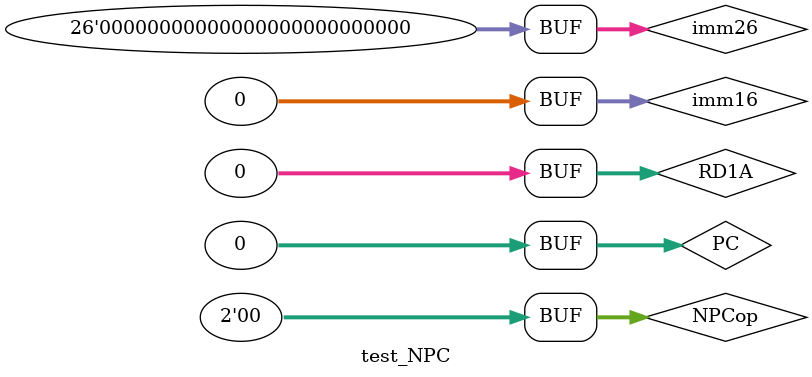
<source format=v>
`timescale 1ns / 1ps


module test_NPC;

	// Inputs
	reg [31:0] PC;
	reg [1:0] NPCop;
	reg [31:0] imm16;
	reg [25:0] imm26;
	reg [31:0] RD1A;

	// Outputs
	wire [31:0] PC4;
	wire [31:0] NPC;

	// Instantiate the Unit Under Test (UUT)
	NPC uut (
		.PC(PC), 
		.NPCop(NPCop), 
		.imm16(imm16), 
		.imm26(imm26), 
		.RD1A(RD1A), 
		.PC4(PC4), 
		.NPC(NPC)
	);

	initial begin
		// Initialize Inputs
		PC = 0;
		NPCop = 0;
		imm16 = 0;
		imm26 = 0;
		RD1A = 0;

		// Wait 100 ns for global reset to finish
		#100;
        
		// Add stimulus here

	end
      
endmodule


</source>
